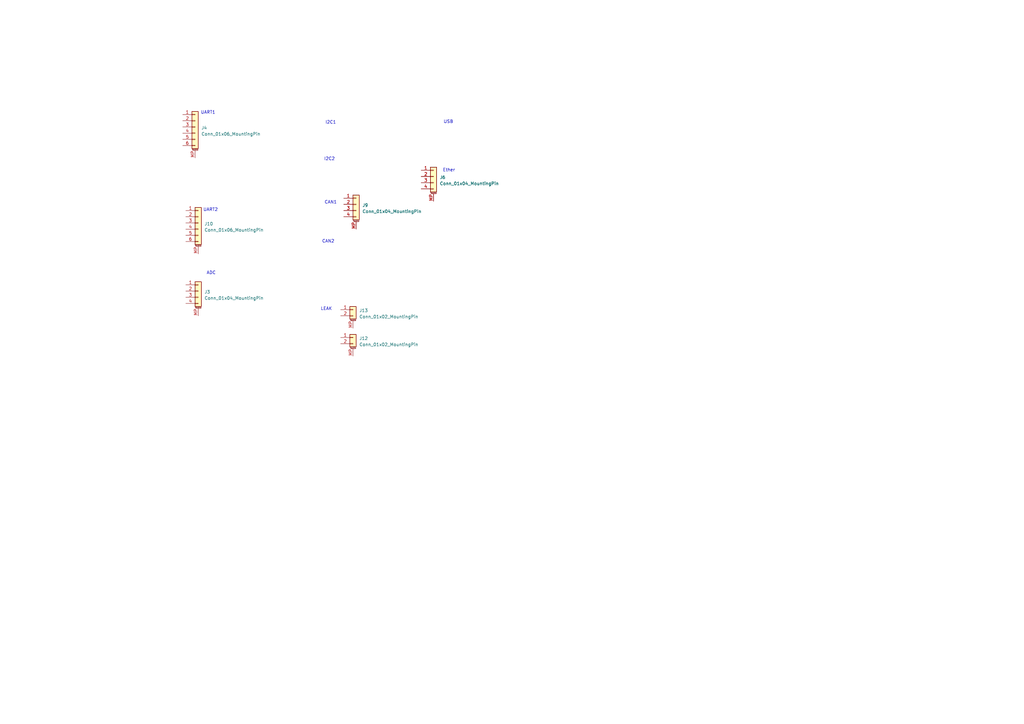
<source format=kicad_sch>
(kicad_sch (version 20250114) (generator "eeschema") (generator_version "9.0")
  (paper "A3")
  (title_block (date "2026-02-08") (rev "0") (company "Logan Fagg") (comment 1 "Licensed under CERN-OHL-S v2") (comment 2 "Copyright © 2026 Logan Fagg") (comment 3 "https://github.com/loganrf/compactPi"))
  (lib_symbols
    (symbol "Connector_Generic_MountingPin:Conn_01x02_MountingPin" (pin_names (offset 1.016) (hide yes))
      (property "Reference" "J" (at 0 2.54 0))
      (property "Value" "Conn_01x02_MountingPin" (at 1.27 -5.08 0))
      (symbol "Conn_01x02_MountingPin_1_1"
        (rectangle (start -1.27 1.27) (end 1.27 -3.81) (stroke (width 0.254)) (fill (type background)))
        (rectangle (start -1.27 0.127) (end 0 -0.127) (stroke (width 0.1524)))
        (rectangle (start -1.27 -2.413) (end 0 -2.667) (stroke (width 0.1524)))
        (polyline (pts (xy -1.016 -4.572) (xy 1.016 -4.572)) (stroke (width 0.1524)))
        (text "Mounting" (at 0 -4.191 0) (effects (font (size 0.381 0.381))))
        (pin passive line (at -5.08 0 0) (length 3.81) (name "Pin_1") (number "1"))
        (pin passive line (at -5.08 -2.54 0) (length 3.81) (name "Pin_2") (number "2"))
        (pin passive line (at 0 -7.62 90) (length 3.048) (name "MountPin") (number "MP"))
      )
    )
    (symbol "Connector_Generic_MountingPin:Conn_01x04_MountingPin" (pin_names (offset 1.016) (hide yes))
      (property "Reference" "J" (at 0 5.08 0))
      (property "Value" "Conn_01x04_MountingPin" (at 1.27 -7.62 0))
      (symbol "Conn_01x04_MountingPin_1_1"
        (rectangle (start -1.27 3.81) (end 1.27 -6.35) (stroke (width 0.254)) (fill (type background)))
        (rectangle (start -1.27 2.667) (end 0 2.413) (stroke (width 0.1524)))
        (rectangle (start -1.27 0.127) (end 0 -0.127) (stroke (width 0.1524)))
        (rectangle (start -1.27 -2.413) (end 0 -2.667) (stroke (width 0.1524)))
        (rectangle (start -1.27 -4.953) (end 0 -5.207) (stroke (width 0.1524)))
        (polyline (pts (xy -1.016 -7.112) (xy 1.016 -7.112)) (stroke (width 0.1524)))
        (text "Mounting" (at 0 -6.731 0) (effects (font (size 0.381 0.381))))
        (pin passive line (at -5.08 2.54 0) (length 3.81) (name "Pin_1") (number "1"))
        (pin passive line (at -5.08 0 0) (length 3.81) (name "Pin_2") (number "2"))
        (pin passive line (at -5.08 -2.54 0) (length 3.81) (name "Pin_3") (number "3"))
        (pin passive line (at -5.08 -5.08 0) (length 3.81) (name "Pin_4") (number "4"))
        (pin passive line (at 0 -10.16 90) (length 3.048) (name "MountPin") (number "MP"))
      )
    )
    (symbol "Connector_Generic_MountingPin:Conn_01x06_MountingPin" (pin_names (offset 1.016) (hide yes))
      (property "Reference" "J" (at 0 7.62 0))
      (property "Value" "Conn_01x06_MountingPin" (at 1.27 -10.16 0))
      (symbol "Conn_01x06_MountingPin_1_1"
        (rectangle (start -1.27 6.35) (end 1.27 -8.89) (stroke (width 0.254)) (fill (type background)))
        (rectangle (start -1.27 5.207) (end 0 4.953) (stroke (width 0.1524)))
        (rectangle (start -1.27 2.667) (end 0 2.413) (stroke (width 0.1524)))
        (rectangle (start -1.27 0.127) (end 0 -0.127) (stroke (width 0.1524)))
        (rectangle (start -1.27 -2.413) (end 0 -2.667) (stroke (width 0.1524)))
        (rectangle (start -1.27 -4.953) (end 0 -5.207) (stroke (width 0.1524)))
        (rectangle (start -1.27 -7.493) (end 0 -7.747) (stroke (width 0.1524)))
        (polyline (pts (xy -1.016 -9.652) (xy 1.016 -9.652)) (stroke (width 0.1524)))
        (text "Mounting" (at 0 -9.271 0) (effects (font (size 0.381 0.381))))
        (pin passive line (at -5.08 5.08 0) (length 3.81) (name "Pin_1") (number "1"))
        (pin passive line (at -5.08 2.54 0) (length 3.81) (name "Pin_2") (number "2"))
        (pin passive line (at -5.08 0 0) (length 3.81) (name "Pin_3") (number "3"))
        (pin passive line (at -5.08 -2.54 0) (length 3.81) (name "Pin_4") (number "4"))
        (pin passive line (at -5.08 -5.08 0) (length 3.81) (name "Pin_5") (number "5"))
        (pin passive line (at -5.08 -7.62 0) (length 3.81) (name "Pin_6") (number "6"))
        (pin passive line (at 0 -12.7 90) (length 3.048) (name "MountPin") (number "MP"))
      )
    )
  )
  (text "UART2\n" (at 86.36 86.106 0) (effects (font (size 1.27 1.27))))
  (text "ADC" (at 86.614 112.014 0) (effects (font (size 1.27 1.27))))
  (text "CAN2" (at 134.62 99.06 0) (effects (font (size 1.27 1.27))))
  (text "I2C1" (at 135.636 50.292 0) (effects (font (size 1.27 1.27))))
  (text "LEAK" (at 133.858 126.746 0) (effects (font (size 1.27 1.27))))
  (text "USB" (at 183.896 50.038 0) (effects (font (size 1.27 1.27))))
  (text "Ether" (at 184.15 69.85 0) (effects (font (size 1.27 1.27))))
  (text "UART1" (at 85.344 46.228 0) (effects (font (size 1.27 1.27))))
  (text "I2C2" (at 135.128 65.278 0) (effects (font (size 1.27 1.27))))
  (text "CAN1" (at 135.636 83.058 0) (effects (font (size 1.27 1.27))))
  (symbol (lib_id "Connector_Generic_MountingPin:Conn_01x06_MountingPin") (at 80.01 52.07 0) (unit 1)
    (property "Reference" "J4" (at 82.55 52.4255 0) (effects (justify left)))
    (property "Value" "Conn_01x06_MountingPin" (at 82.55 54.9655 0) (effects (justify left)))
    (property "Footprint" "Connector_JST:JST_GH_BM06B-GHS-TBT_1x06-1MP_P1.25mm_Vertical" (effects (hide yes)))
    (property "Description" "Generic connectable mounting pin connector, single row, 01x06, script generated (kicad-library-utils/schlib/autogen/connector/)" (effects (hide yes)))
  )
  (symbol (lib_id "Connector_Generic_MountingPin:Conn_01x06_MountingPin") (at 81.28 91.44 0) (unit 1)
    (property "Reference" "J10" (at 83.82 91.7955 0) (effects (justify left)))
    (property "Value" "Conn_01x06_MountingPin" (at 83.82 94.3355 0) (effects (justify left)))
    (property "Footprint" "Connector_JST:JST_GH_BM06B-GHS-TBT_1x06-1MP_P1.25mm_Vertical" (effects (hide yes)))
    (property "Description" "Generic connectable mounting pin connector, single row, 01x06, script generated (kicad-library-utils/schlib/autogen/connector/)" (effects (hide yes)))
  )
  (symbol (lib_id "Connector_Generic_MountingPin:Conn_01x02_MountingPin") (at 144.78 138.43 0) (unit 1)
    (property "Reference" "J12" (at 147.32 138.7855 0) (effects (justify left)))
    (property "Value" "Conn_01x02_MountingPin" (at 147.32 141.3255 0) (effects (justify left)))
    (property "Footprint" "Connector_JST:JST_GH_BM02B-GHS-TBT_1x02-1MP_P1.25mm_Vertical" (effects (hide yes)))
    (property "Description" "Generic connectable mounting pin connector, single row, 01x02, script generated (kicad-library-utils/schlib/autogen/connector/)" (effects (hide yes)))
  )
  (symbol (lib_id "Connector_Generic_MountingPin:Conn_01x02_MountingPin") (at 144.78 127 0) (unit 1)
    (property "Reference" "J13" (at 147.32 127.3555 0) (effects (justify left)))
    (property "Value" "Conn_01x02_MountingPin" (at 147.32 129.8955 0) (effects (justify left)))
    (property "Footprint" "Connector_JST:JST_GH_BM02B-GHS-TBT_1x02-1MP_P1.25mm_Vertical" (effects (hide yes)))
    (property "Description" "Generic connectable mounting pin connector, single row, 01x02, script generated (kicad-library-utils/schlib/autogen/connector/)" (effects (hide yes)))
  )
  (symbol (lib_id "Connector_Generic_MountingPin:Conn_01x04_MountingPin") (at 177.8 72.39 0) (unit 1)
    (property "Reference" "J6" (at 180.34 72.7455 0) (effects (justify left)))
    (property "Value" "Conn_01x04_MountingPin" (at 180.34 75.2855 0) (effects (justify left)))
    (property "Footprint" "Connector_JST:JST_GH_BM04B-GHS-TBT_1x04-1MP_P1.25mm_Vertical" (effects (hide yes)))
    (property "Description" "Generic connectable mounting pin connector, single row, 01x04, script generated (kicad-library-utils/schlib/autogen/connector/)" (effects (hide yes)))
  )
  (symbol (lib_id "Connector_Generic_MountingPin:Conn_01x04_MountingPin") (at 146.05 83.82 0) (unit 1)
    (property "Reference" "J9" (at 148.59 84.1755 0) (effects (justify left)))
    (property "Value" "Conn_01x04_MountingPin" (at 148.59 86.7155 0) (effects (justify left)))
    (property "Footprint" "Connector_JST:JST_GH_BM04B-GHS-TBT_1x04-1MP_P1.25mm_Vertical" (effects (hide yes)))
    (property "Description" "Generic connectable mounting pin connector, single row, 01x04, script generated (kicad-library-utils/schlib/autogen/connector/)" (effects (hide yes)))
  )
  (symbol (lib_id "Connector_Generic_MountingPin:Conn_01x04_MountingPin") (at 81.28 119.38 0) (unit 1)
    (property "Reference" "J3" (at 83.82 119.7355 0) (effects (justify left)))
    (property "Value" "Conn_01x04_MountingPin" (at 83.82 122.2755 0) (effects (justify left)))
    (property "Footprint" "Connector_JST:JST_GH_BM04B-GHS-TBT_1x04-1MP_P1.25mm_Vertical" (effects (hide yes)))
    (property "Description" "Generic connectable mounting pin connector, single row, 01x04, script generated (kicad-library-utils/schlib/autogen/connector/)" (effects (hide yes)))
  )
)
</source>
